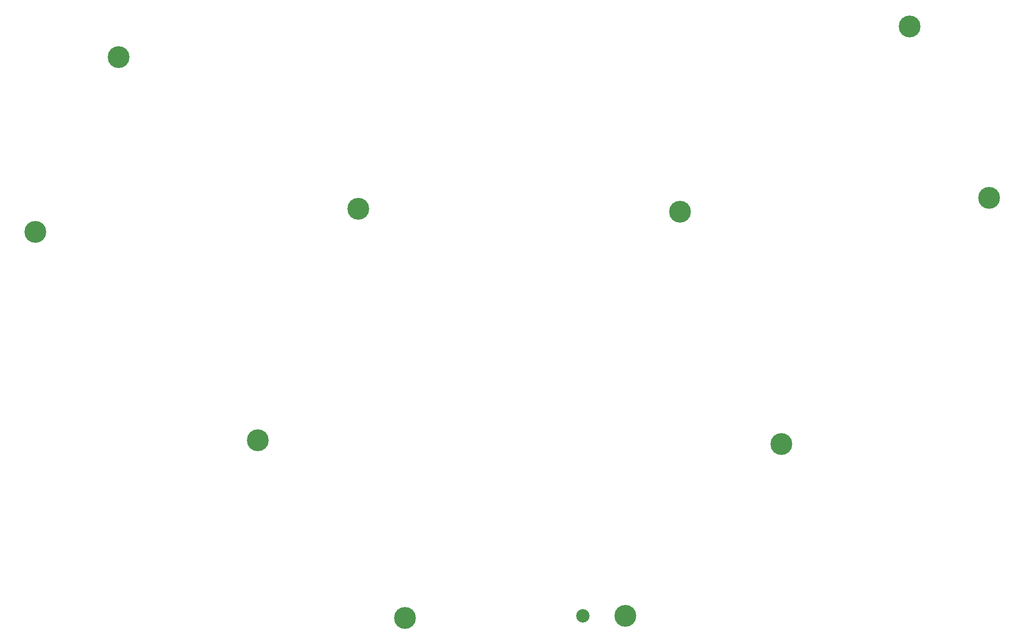
<source format=gbr>
%TF.GenerationSoftware,KiCad,Pcbnew,(5.1.10)-1*%
%TF.CreationDate,2021-08-07T23:39:34-07:00*%
%TF.ProjectId,bottom-plate,626f7474-6f6d-42d7-906c-6174652e6b69,rev?*%
%TF.SameCoordinates,Original*%
%TF.FileFunction,Soldermask,Bot*%
%TF.FilePolarity,Negative*%
%FSLAX46Y46*%
G04 Gerber Fmt 4.6, Leading zero omitted, Abs format (unit mm)*
G04 Created by KiCad (PCBNEW (5.1.10)-1) date 2021-08-07 23:39:34*
%MOMM*%
%LPD*%
G01*
G04 APERTURE LIST*
%ADD10C,2.700000*%
%ADD11C,4.400000*%
G04 APERTURE END LIST*
D10*
%TO.C,*%
X158852593Y-151458404D03*
%TD*%
D11*
%TO.C,*%
X123052593Y-151858404D03*
%TD*%
%TO.C,*%
X178452593Y-70058404D03*
%TD*%
%TO.C,*%
X167452593Y-151458404D03*
%TD*%
%TO.C,*%
X48652593Y-74058404D03*
%TD*%
%TO.C,*%
X65452593Y-38858404D03*
%TD*%
%TO.C,*%
X240652593Y-67258404D03*
%TD*%
%TO.C,*%
X113652593Y-69458404D03*
%TD*%
%TO.C,*%
X198852593Y-116858404D03*
%TD*%
%TO.C,*%
X224652593Y-32658404D03*
%TD*%
%TO.C,*%
X93452593Y-116058404D03*
%TD*%
M02*

</source>
